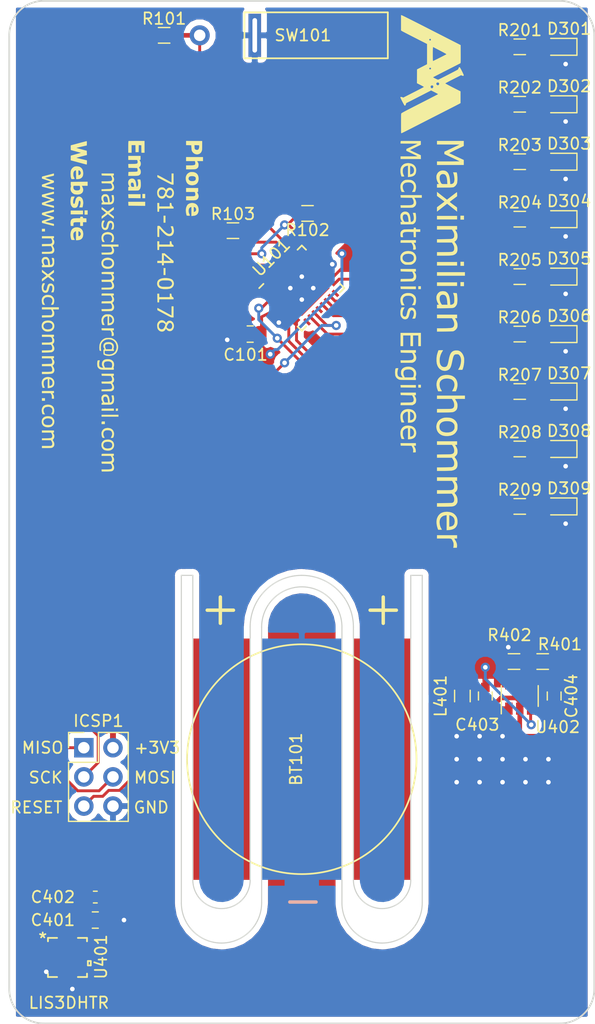
<source format=kicad_pcb>
(kicad_pcb (version 20171130) (host pcbnew "(5.0.0-rc2-dev-668-g07e7340a9)")
  (layers (0 F.Cu signal) (31 B.Cu signal) (34 B.Paste user) (35 F.Paste user) (36 B.SilkS user) (37 F.SilkS user) (38 B.Mask user) (39 F.Mask user) (44 Edge.Cuts user))
  (net 0 "")
  (net 1 +BATT)
  (net 2 GND)
  (net 3 /LED_1)
  (net 4 /LED_2)
  (net 5 /LED_3)
  (net 6 /LED_4)
  (net 7 /LED_5)
  (net 8 /LED_6)
  (net 9 /LED_7)
  (net 10 /LED_8)
  (net 11 /SCK)
  (net 12 /RESET)
  (net 13 +3V3)
  (net 14 "Net-(D301-Pad2)")
  (net 15 "Net-(D302-Pad2)")
  (net 16 "Net-(D303-Pad2)")
  (net 17 "Net-(D304-Pad2)")
  (net 18 "Net-(D305-Pad2)")
  (net 19 "Net-(D306-Pad2)")
  (net 20 "Net-(D307-Pad2)")
  (net 21 "Net-(D308-Pad2)")
  (net 22 "Net-(D309-Pad2)")
  (net 23 /TILT)
  (net 24 /DEBUG)
  (net 25 "Net-(R401-Pad2)")
  (net 26 /MOSI)
  (net 27 /MISO)
  (net 28 "Net-(L401-Pad1)")
  (net 29 "Net-(U101-Pad20)")
  (net 30 "Net-(U101-Pad19)")
  (net 31 "Net-(U101-Pad16)")
  (net 32 "Net-(U101-Pad12)")
  (net 33 "Net-(U101-Pad9)")
  (net 34 "Net-(U101-Pad6)")
  (net 35 "Net-(U101-Pad3)")
  (net 36 "Net-(U101-Pad1)")
  (net 37 "Net-(U401-Pad16)")
  (net 38 "Net-(U401-Pad15)")
  (net 39 "Net-(U401-Pad13)")
  (net 40 "Net-(U401-Pad11)")
  (net 41 "Net-(U401-Pad9)")
  (net 42 /SDA)
  (net 43 /SCL)
  (net 44 "Net-(U401-Pad3)")
  (net 45 "Net-(U401-Pad2)")
  (net 46 "Net-(U101-Pad29)")
  (net 47 "Net-(U101-Pad28)")
  (net 48 "Net-(U101-Pad27)")
  (net 49 "Net-(U101-Pad24)")
  (module CustomFootprints:MaxCardSilkscreen (layer F.Cu) (at 205.6 94.5 270)
    (fp_text reference G*** hide)
    (fp_text value LOGO hide)
  )
  (module CustomFootprints:CR2016VP (layer F.Cu) (at 205.5 116 270)
    (fp_text reference BT101 (at 0 0.5 270) (layer F.SilkS))
    (fp_text value Battery)
    (pad 1 smd rect (at 0 7 270) (size 21 5) (layers F.Cu F.Mask) (net 1 +BATT))
    (pad 2 smd rect (at 0 0 270) (size 21 7) (layers B.Cu B.Mask) (net 2 GND))
    (pad 1 smd rect (at 0 -7 270) (size 21 5) (layers F.Cu F.Mask) (net 1 +BATT))
  )
  (module Capacitor_SMD:C_0805_2012Metric (layer F.Cu) (at 201 79 180)
    (fp_text reference C101 (at 0.4 -1.8 180) (layer F.SilkS))
    (fp_text value 10uF)
    (pad 2 smd roundrect (at 0.9375 0 180) (size 0.975 1.4) (layers F.Cu F.Paste F.Mask) (net 2 GND))
    (pad 1 smd roundrect (at -0.9375 0 180) (size 0.975 1.4) (layers F.Cu F.Paste F.Mask) (net 13 +3V3))
  )
  (module Capacitor_SMD:C_0805_2012Metric (layer F.Cu) (at 187.5 130)
    (fp_text reference C401 (at -3.7 0) (layer F.SilkS))
    (fp_text value 10uF)
    (pad 2 smd roundrect (at 0.9375 0) (size 0.975 1.4) (layers F.Cu F.Paste F.Mask) (net 2 GND))
    (pad 1 smd roundrect (at -0.9375 0) (size 0.975 1.4) (layers F.Cu F.Paste F.Mask) (net 13 +3V3))
  )
  (module Capacitor_SMD:C_0603_1608Metric (layer F.Cu) (at 187.5 128)
    (fp_text reference C402 (at -3.7 0) (layer F.SilkS))
    (fp_text value 100nF)
    (pad 2 smd roundrect (at 0.7875 0) (size 0.875 0.95) (layers F.Cu F.Paste F.Mask) (net 2 GND))
    (pad 1 smd roundrect (at -0.7875 0) (size 0.875 0.95) (layers F.Cu F.Paste F.Mask) (net 13 +3V3))
  )
  (module LED_SMD:LED_0603_1608Metric (layer F.Cu) (at 228 54 180)
    (fp_text reference D301 (at -0.8 1.57 180) (layer F.SilkS))
    (fp_text value LED)
    (pad 2 smd roundrect (at 0.7875 0 180) (size 0.875 0.95) (layers F.Cu F.Paste F.Mask) (net 14 "Net-(D301-Pad2)"))
    (pad 1 smd roundrect (at -0.7875 0 180) (size 0.875 0.95) (layers F.Cu F.Paste F.Mask) (net 2 GND))
  )
  (module LED_SMD:LED_0603_1608Metric (layer F.Cu) (at 228 59 180)
    (fp_text reference D302 (at -0.8 1.57 180) (layer F.SilkS))
    (fp_text value LED)
    (pad 2 smd roundrect (at 0.7875 0 180) (size 0.875 0.95) (layers F.Cu F.Paste F.Mask) (net 15 "Net-(D302-Pad2)"))
    (pad 1 smd roundrect (at -0.7875 0 180) (size 0.875 0.95) (layers F.Cu F.Paste F.Mask) (net 2 GND))
  )
  (module LED_SMD:LED_0603_1608Metric (layer F.Cu) (at 228 64 180)
    (fp_text reference D303 (at -0.8 1.57 180) (layer F.SilkS))
    (fp_text value LED)
    (pad 2 smd roundrect (at 0.7875 0 180) (size 0.875 0.95) (layers F.Cu F.Paste F.Mask) (net 16 "Net-(D303-Pad2)"))
    (pad 1 smd roundrect (at -0.7875 0 180) (size 0.875 0.95) (layers F.Cu F.Paste F.Mask) (net 2 GND))
  )
  (module LED_SMD:LED_0603_1608Metric (layer F.Cu) (at 228 69 180)
    (fp_text reference D304 (at -0.8 1.57 180) (layer F.SilkS))
    (fp_text value LED)
    (pad 2 smd roundrect (at 0.7875 0 180) (size 0.875 0.95) (layers F.Cu F.Paste F.Mask) (net 17 "Net-(D304-Pad2)"))
    (pad 1 smd roundrect (at -0.7875 0 180) (size 0.875 0.95) (layers F.Cu F.Paste F.Mask) (net 2 GND))
  )
  (module LED_SMD:LED_0603_1608Metric (layer F.Cu) (at 228 74 180)
    (fp_text reference D305 (at -0.8 1.57 180) (layer F.SilkS))
    (fp_text value LED)
    (pad 2 smd roundrect (at 0.7875 0 180) (size 0.875 0.95) (layers F.Cu F.Paste F.Mask) (net 18 "Net-(D305-Pad2)"))
    (pad 1 smd roundrect (at -0.7875 0 180) (size 0.875 0.95) (layers F.Cu F.Paste F.Mask) (net 2 GND))
  )
  (module LED_SMD:LED_0603_1608Metric (layer F.Cu) (at 228 79 180)
    (fp_text reference D306 (at -0.8 1.57 180) (layer F.SilkS))
    (fp_text value LED)
    (pad 2 smd roundrect (at 0.7875 0 180) (size 0.875 0.95) (layers F.Cu F.Paste F.Mask) (net 19 "Net-(D306-Pad2)"))
    (pad 1 smd roundrect (at -0.7875 0 180) (size 0.875 0.95) (layers F.Cu F.Paste F.Mask) (net 2 GND))
  )
  (module LED_SMD:LED_0603_1608Metric (layer F.Cu) (at 228 84 180)
    (fp_text reference D307 (at -0.8 1.57 180) (layer F.SilkS))
    (fp_text value LED)
    (pad 2 smd roundrect (at 0.7875 0 180) (size 0.875 0.95) (layers F.Cu F.Paste F.Mask) (net 20 "Net-(D307-Pad2)"))
    (pad 1 smd roundrect (at -0.7875 0 180) (size 0.875 0.95) (layers F.Cu F.Paste F.Mask) (net 2 GND))
  )
  (module LED_SMD:LED_0603_1608Metric (layer F.Cu) (at 228 89 180)
    (fp_text reference D308 (at -0.8 1.57 180) (layer F.SilkS))
    (fp_text value LED)
    (pad 2 smd roundrect (at 0.7875 0 180) (size 0.875 0.95) (layers F.Cu F.Paste F.Mask) (net 21 "Net-(D308-Pad2)"))
    (pad 1 smd roundrect (at -0.7875 0 180) (size 0.875 0.95) (layers F.Cu F.Paste F.Mask) (net 2 GND))
  )
  (module LED_SMD:LED_0603_1608Metric (layer F.Cu) (at 228 94 180)
    (fp_text reference D309 (at -0.8 1.57 180) (layer F.SilkS))
    (fp_text value LED)
    (pad 2 smd roundrect (at 0.7875 0 180) (size 0.875 0.95) (layers F.Cu F.Paste F.Mask) (net 22 "Net-(D309-Pad2)"))
    (pad 1 smd roundrect (at -0.7875 0 180) (size 0.875 0.95) (layers F.Cu F.Paste F.Mask) (net 2 GND))
  )
  (module Connector_PinHeader_2.54mm:PinHeader_2x03_P2.54mm_Vertical (layer F.Cu) (at 186.5 115)
    (fp_text reference ICSP1 (at 1.27 -2.33) (layer F.SilkS))
    (fp_text value Conn_02x03_Odd_Even)
    (pad 6 thru_hole oval (at 2.54 5.08) (size 1.7 1.7) (drill 1) (layers *.Cu *.Mask) (net 2 GND))
    (pad 5 thru_hole oval (at 0 5.08) (size 1.7 1.7) (drill 1) (layers *.Cu *.Mask) (net 12 /RESET))
    (pad 4 thru_hole oval (at 2.54 2.54) (size 1.7 1.7) (drill 1) (layers *.Cu *.Mask) (net 26 /MOSI))
    (pad 3 thru_hole oval (at 0 2.54) (size 1.7 1.7) (drill 1) (layers *.Cu *.Mask) (net 11 /SCK))
    (pad 2 thru_hole oval (at 2.54 0) (size 1.7 1.7) (drill 1) (layers *.Cu *.Mask) (net 13 +3V3))
    (pad 1 thru_hole rect (at 0 0) (size 1.7 1.7) (drill 1) (layers *.Cu *.Mask) (net 27 /MISO))
  )
  (module CustomFootprints:LIS3DHTR (layer F.Cu) (at 185.075001 133.255001)
    (fp_text reference U401 (at 2.924999 -0.055001 90) (layer F.SilkS))
    (fp_text value LIS3DHTR (at 0.124999 3.944999) (layer F.SilkS))
    (fp_text user * (at -2.159 -1.631) (layer F.SilkS))
    (pad 16 smd rect (at -0.499999 -1.3462) (size 0.254 0.3556) (layers F.Cu F.Paste F.Mask) (net 37 "Net-(U401-Pad16)"))
    (pad 15 smd rect (at 0 -1.3462) (size 0.254 0.3556) (layers F.Cu F.Paste F.Mask) (net 38 "Net-(U401-Pad15)"))
    (pad 14 smd rect (at 0.499999 -1.3462) (size 0.254 0.3556) (layers F.Cu F.Paste F.Mask) (net 13 +3V3))
    (pad 13 smd rect (at 1.3462 -1.000001 90) (size 0.254 0.3556) (layers F.Cu F.Paste F.Mask) (net 39 "Net-(U401-Pad13)"))
    (pad 12 smd rect (at 1.3462 -0.499999 90) (size 0.254 0.3556) (layers F.Cu F.Paste F.Mask) (net 2 GND))
    (pad 11 smd rect (at 1.3462 0 90) (size 0.254 0.3556) (layers F.Cu F.Paste F.Mask) (net 40 "Net-(U401-Pad11)"))
    (pad 10 smd rect (at 1.3462 0.499999 90) (size 0.254 0.3556) (layers F.Cu F.Paste F.Mask) (net 2 GND))
    (pad 9 smd rect (at 1.3462 1.000001 90) (size 0.254 0.3556) (layers F.Cu F.Paste F.Mask) (net 41 "Net-(U401-Pad9)"))
    (pad 8 smd rect (at 0.499999 1.3462) (size 0.254 0.3556) (layers F.Cu F.Paste F.Mask) (net 13 +3V3))
    (pad 7 smd rect (at 0 1.3462) (size 0.254 0.3556) (layers F.Cu F.Paste F.Mask) (net 2 GND))
    (pad 6 smd rect (at -0.499999 1.3462) (size 0.254 0.3556) (layers F.Cu F.Paste F.Mask) (net 42 /SDA))
    (pad 5 smd rect (at -1.3462 1.000001 90) (size 0.254 0.3556) (layers F.Cu F.Paste F.Mask) (net 2 GND))
    (pad 4 smd rect (at -1.3462 0.499999 90) (size 0.254 0.3556) (layers F.Cu F.Paste F.Mask) (net 43 /SCL))
    (pad 3 smd rect (at -1.3462 0 90) (size 0.254 0.3556) (layers F.Cu F.Paste F.Mask) (net 44 "Net-(U401-Pad3)"))
    (pad 2 smd rect (at -1.3462 -0.499999 90) (size 0.254 0.3556) (layers F.Cu F.Paste F.Mask) (net 45 "Net-(U401-Pad2)"))
    (pad 1 smd rect (at -1.3462 -1.000001 90) (size 0.254 0.3556) (layers F.Cu F.Paste F.Mask) (net 13 +3V3))
  )
  (module Capacitors_SMD:C_0603 (layer F.Cu) (at 221.5 110.5 270)
    (fp_text reference C403 (at 2.5 0.7) (layer F.SilkS))
    (fp_text value 4.7uF)
    (pad 1 smd rect (at -0.75 0 270) (size 0.8 0.75) (layers F.Cu F.Paste F.Mask) (net 1 +BATT))
    (pad 2 smd rect (at 0.75 0 270) (size 0.8 0.75) (layers F.Cu F.Paste F.Mask) (net 2 GND))
  )
  (module Capacitors_SMD:C_0603 (layer F.Cu) (at 227.5 110.5 270)
    (fp_text reference C404 (at 0 -1.5 270) (layer F.SilkS))
    (fp_text value 10uF)
    (pad 2 smd rect (at 0.75 0 270) (size 0.8 0.75) (layers F.Cu F.Paste F.Mask) (net 2 GND))
    (pad 1 smd rect (at -0.75 0 270) (size 0.8 0.75) (layers F.Cu F.Paste F.Mask) (net 13 +3V3))
  )
  (module Inductors_SMD:L_0603 (layer F.Cu) (at 219.5 110.5 90)
    (fp_text reference L401 (at 0 -1.9 90) (layer F.SilkS))
    (fp_text value 4.7uH)
    (pad 2 smd rect (at 0.75 0 90) (size 0.5 0.9) (layers F.Cu F.Paste F.Mask) (net 1 +BATT))
    (pad 1 smd rect (at -0.75 0 90) (size 0.5 0.9) (layers F.Cu F.Paste F.Mask) (net 28 "Net-(L401-Pad1)"))
  )
  (module Resistors_SMD:R_0603 (layer F.Cu) (at 193.5 53)
    (fp_text reference R101 (at 0 -1.45) (layer F.SilkS))
    (fp_text value 10k)
    (pad 2 smd rect (at 0.75 0) (size 0.5 0.9) (layers F.Cu F.Paste F.Mask) (net 23 /TILT))
    (pad 1 smd rect (at -0.75 0) (size 0.5 0.9) (layers F.Cu F.Paste F.Mask) (net 13 +3V3))
  )
  (module Resistors_SMD:R_0603 (layer F.Cu) (at 224.5 54)
    (fp_text reference R201 (at 0 -1.45) (layer F.SilkS))
    (fp_text value 150R)
    (pad 2 smd rect (at 0.75 0) (size 0.5 0.9) (layers F.Cu F.Paste F.Mask) (net 14 "Net-(D301-Pad2)"))
    (pad 1 smd rect (at -0.75 0) (size 0.5 0.9) (layers F.Cu F.Paste F.Mask) (net 24 /DEBUG))
  )
  (module Resistors_SMD:R_0603 (layer F.Cu) (at 224.5 59)
    (fp_text reference R202 (at 0 -1.45) (layer F.SilkS))
    (fp_text value 150R)
    (pad 1 smd rect (at -0.75 0) (size 0.5 0.9) (layers F.Cu F.Paste F.Mask) (net 3 /LED_1))
    (pad 2 smd rect (at 0.75 0) (size 0.5 0.9) (layers F.Cu F.Paste F.Mask) (net 15 "Net-(D302-Pad2)"))
  )
  (module Resistors_SMD:R_0603 (layer F.Cu) (at 224.5 64)
    (fp_text reference R203 (at 0 -1.45) (layer F.SilkS))
    (fp_text value 150R)
    (pad 2 smd rect (at 0.75 0) (size 0.5 0.9) (layers F.Cu F.Paste F.Mask) (net 16 "Net-(D303-Pad2)"))
    (pad 1 smd rect (at -0.75 0) (size 0.5 0.9) (layers F.Cu F.Paste F.Mask) (net 4 /LED_2))
  )
  (module Resistors_SMD:R_0603 (layer F.Cu) (at 224.5 69)
    (fp_text reference R204 (at 0 -1.45) (layer F.SilkS))
    (fp_text value 150R)
    (pad 1 smd rect (at -0.75 0) (size 0.5 0.9) (layers F.Cu F.Paste F.Mask) (net 5 /LED_3))
    (pad 2 smd rect (at 0.75 0) (size 0.5 0.9) (layers F.Cu F.Paste F.Mask) (net 17 "Net-(D304-Pad2)"))
  )
  (module Resistors_SMD:R_0603 (layer F.Cu) (at 224.5 74)
    (fp_text reference R205 (at 0 -1.45) (layer F.SilkS))
    (fp_text value 150R)
    (pad 2 smd rect (at 0.75 0) (size 0.5 0.9) (layers F.Cu F.Paste F.Mask) (net 18 "Net-(D305-Pad2)"))
    (pad 1 smd rect (at -0.75 0) (size 0.5 0.9) (layers F.Cu F.Paste F.Mask) (net 6 /LED_4))
  )
  (module Resistors_SMD:R_0603 (layer F.Cu) (at 224.5 79)
    (fp_text reference R206 (at 0 -1.45) (layer F.SilkS))
    (fp_text value 150R)
    (pad 1 smd rect (at -0.75 0) (size 0.5 0.9) (layers F.Cu F.Paste F.Mask) (net 7 /LED_5))
    (pad 2 smd rect (at 0.75 0) (size 0.5 0.9) (layers F.Cu F.Paste F.Mask) (net 19 "Net-(D306-Pad2)"))
  )
  (module Resistors_SMD:R_0603 (layer F.Cu) (at 224.5 84)
    (fp_text reference R207 (at 0 -1.45) (layer F.SilkS))
    (fp_text value 150R)
    (pad 2 smd rect (at 0.75 0) (size 0.5 0.9) (layers F.Cu F.Paste F.Mask) (net 20 "Net-(D307-Pad2)"))
    (pad 1 smd rect (at -0.75 0) (size 0.5 0.9) (layers F.Cu F.Paste F.Mask) (net 8 /LED_6))
  )
  (module Resistors_SMD:R_0603 (layer F.Cu) (at 224.5 89)
    (fp_text reference R208 (at 0 -1.45) (layer F.SilkS))
    (fp_text value 150R)
    (pad 1 smd rect (at -0.75 0) (size 0.5 0.9) (layers F.Cu F.Paste F.Mask) (net 9 /LED_7))
    (pad 2 smd rect (at 0.75 0) (size 0.5 0.9) (layers F.Cu F.Paste F.Mask) (net 21 "Net-(D308-Pad2)"))
  )
  (module Resistors_SMD:R_0603 (layer F.Cu) (at 224.5 94)
    (fp_text reference R209 (at 0 -1.45) (layer F.SilkS))
    (fp_text value 150R)
    (pad 1 smd rect (at -0.75 0) (size 0.5 0.9) (layers F.Cu F.Paste F.Mask) (net 10 /LED_8))
    (pad 2 smd rect (at 0.75 0) (size 0.5 0.9) (layers F.Cu F.Paste F.Mask) (net 22 "Net-(D309-Pad2)"))
  )
  (module Resistors_SMD:R_0603 (layer F.Cu) (at 226.5 107.5 180)
    (fp_text reference R401 (at -1.5 1.5 180) (layer F.SilkS))
    (fp_text value 976k)
    (pad 2 smd rect (at 0.75 0 180) (size 0.5 0.9) (layers F.Cu F.Paste F.Mask) (net 25 "Net-(R401-Pad2)"))
    (pad 1 smd rect (at -0.75 0 180) (size 0.5 0.9) (layers F.Cu F.Paste F.Mask) (net 13 +3V3))
  )
  (module Resistors_SMD:R_0603 (layer F.Cu) (at 224 107.5 180)
    (fp_text reference R402 (at 0.4 2.3 180) (layer F.SilkS))
    (fp_text value 562k)
    (pad 1 smd rect (at -0.75 0 180) (size 0.5 0.9) (layers F.Cu F.Paste F.Mask) (net 25 "Net-(R401-Pad2)"))
    (pad 2 smd rect (at 0.75 0 180) (size 0.5 0.9) (layers F.Cu F.Paste F.Mask) (net 2 GND))
  )
  (module CustomFootprints:RB-231X2 (layer F.Cu) (at 199 53)
    (fp_text reference SW101 (at 6.6 0) (layer F.SilkS))
    (fp_text value SW_SPST)
    (pad 1 thru_hole circle (at -2.4 0) (size 1.75 1.75) (drill 1) (layers *.Cu *.Mask) (net 23 /TILT))
    (pad 2 thru_hole rect (at 2.4 0) (size 1.1 3.75) (drill oval 0.4 3) (layers *.Cu *.Mask) (net 2 GND))
  )
  (module Housings_DFN_QFN:QFN-32-1EP_5x5mm_Pitch0.5mm (layer F.Cu) (at 205.5 75 45)
    (fp_text reference U101 (at 0 -3.75 45) (layer F.SilkS))
    (fp_text value ATtiny261A-MU)
    (pad 33 smd rect (at -0.8625 -0.8625 45) (size 1.725 1.725) (layers F.Cu F.Paste F.Mask) (net 2 GND))
    (pad 33 smd rect (at -0.8625 0.8625 45) (size 1.725 1.725) (layers F.Cu F.Paste F.Mask) (net 2 GND))
    (pad 33 smd rect (at 0.8625 -0.8625 45) (size 1.725 1.725) (layers F.Cu F.Paste F.Mask) (net 2 GND))
    (pad 33 smd rect (at 0.8625 0.8625 45) (size 1.725 1.725) (layers F.Cu F.Paste F.Mask) (net 2 GND))
    (pad 32 smd rect (at -1.75 -2.4 135) (size 0.7 0.25) (layers F.Cu F.Paste F.Mask) (net 11 /SCK))
    (pad 31 smd rect (at -1.25 -2.4 135) (size 0.7 0.25) (layers F.Cu F.Paste F.Mask) (net 27 /MISO))
    (pad 30 smd rect (at -0.75 -2.4 135) (size 0.7 0.25) (layers F.Cu F.Paste F.Mask) (net 26 /MOSI))
    (pad 29 smd rect (at -0.25 -2.4 135) (size 0.7 0.25) (layers F.Cu F.Paste F.Mask) (net 46 "Net-(U101-Pad29)"))
    (pad 28 smd rect (at 0.25 -2.4 135) (size 0.7 0.25) (layers F.Cu F.Paste F.Mask) (net 47 "Net-(U101-Pad28)"))
    (pad 27 smd rect (at 0.75 -2.4 135) (size 0.7 0.25) (layers F.Cu F.Paste F.Mask) (net 48 "Net-(U101-Pad27)"))
    (pad 26 smd rect (at 1.25 -2.4 135) (size 0.7 0.25) (layers F.Cu F.Paste F.Mask) (net 42 /SDA))
    (pad 25 smd rect (at 1.75 -2.4 135) (size 0.7 0.25) (layers F.Cu F.Paste F.Mask) (net 23 /TILT))
    (pad 24 smd rect (at 2.4 -1.75 45) (size 0.7 0.25) (layers F.Cu F.Paste F.Mask) (net 49 "Net-(U101-Pad24)"))
    (pad 23 smd rect (at 2.4 -1.25 45) (size 0.7 0.25) (layers F.Cu F.Paste F.Mask) (net 43 /SCL))
    (pad 22 smd rect (at 2.4 -0.75 45) (size 0.7 0.25) (layers F.Cu F.Paste F.Mask) (net 24 /DEBUG))
    (pad 21 smd rect (at 2.4 -0.25 45) (size 0.7 0.25) (layers F.Cu F.Paste F.Mask) (net 2 GND))
    (pad 20 smd rect (at 2.4 0.25 45) (size 0.7 0.25) (layers F.Cu F.Paste F.Mask) (net 29 "Net-(U101-Pad20)"))
    (pad 19 smd rect (at 2.4 0.75 45) (size 0.7 0.25) (layers F.Cu F.Paste F.Mask) (net 30 "Net-(U101-Pad19)"))
    (pad 18 smd rect (at 2.4 1.25 45) (size 0.7 0.25) (layers F.Cu F.Paste F.Mask) (net 13 +3V3))
    (pad 17 smd rect (at 2.4 1.75 45) (size 0.7 0.25) (layers F.Cu F.Paste F.Mask) (net 3 /LED_1))
    (pad 16 smd rect (at 1.75 2.4 135) (size 0.7 0.25) (layers F.Cu F.Paste F.Mask) (net 31 "Net-(U101-Pad16)"))
    (pad 15 smd rect (at 1.25 2.4 135) (size 0.7 0.25) (layers F.Cu F.Paste F.Mask) (net 4 /LED_2))
    (pad 14 smd rect (at 0.75 2.4 135) (size 0.7 0.25) (layers F.Cu F.Paste F.Mask) (net 5 /LED_3))
    (pad 13 smd rect (at 0.25 2.4 135) (size 0.7 0.25) (layers F.Cu F.Paste F.Mask) (net 6 /LED_4))
    (pad 12 smd rect (at -0.25 2.4 135) (size 0.7 0.25) (layers F.Cu F.Paste F.Mask) (net 32 "Net-(U101-Pad12)"))
    (pad 11 smd rect (at -0.75 2.4 135) (size 0.7 0.25) (layers F.Cu F.Paste F.Mask) (net 12 /RESET))
    (pad 10 smd rect (at -1.25 2.4 135) (size 0.7 0.25) (layers F.Cu F.Paste F.Mask) (net 7 /LED_5))
    (pad 9 smd rect (at -1.75 2.4 135) (size 0.7 0.25) (layers F.Cu F.Paste F.Mask) (net 33 "Net-(U101-Pad9)"))
    (pad 8 smd rect (at -2.4 1.75 45) (size 0.7 0.25) (layers F.Cu F.Paste F.Mask) (net 8 /LED_6))
    (pad 7 smd rect (at -2.4 1.25 45) (size 0.7 0.25) (layers F.Cu F.Paste F.Mask) (net 9 /LED_7))
    (pad 6 smd rect (at -2.4 0.75 45) (size 0.7 0.25) (layers F.Cu F.Paste F.Mask) (net 34 "Net-(U101-Pad6)"))
    (pad 5 smd rect (at -2.4 0.25 45) (size 0.7 0.25) (layers F.Cu F.Paste F.Mask) (net 2 GND))
    (pad 4 smd rect (at -2.4 -0.25 45) (size 0.7 0.25) (layers F.Cu F.Paste F.Mask) (net 13 +3V3))
    (pad 3 smd rect (at -2.4 -0.75 45) (size 0.7 0.25) (layers F.Cu F.Paste F.Mask) (net 35 "Net-(U101-Pad3)"))
    (pad 2 smd rect (at -2.4 -1.25 45) (size 0.7 0.25) (layers F.Cu F.Paste F.Mask) (net 10 /LED_8))
    (pad 1 smd rect (at -2.4 -1.75 45) (size 0.7 0.25) (layers F.Cu F.Paste F.Mask) (net 36 "Net-(U101-Pad1)"))
  )
  (module TO_SOT_Packages_SMD:SOT-23-6 (layer F.Cu) (at 224.5 110.5 90)
    (fp_text reference U402 (at -2.7 3.3 180) (layer F.SilkS))
    (fp_text value MCP1640DCH)
    (pad 5 smd rect (at 1.1 0 90) (size 1.06 0.65) (layers F.Cu F.Paste F.Mask) (net 13 +3V3))
    (pad 6 smd rect (at 1.1 -0.95 90) (size 1.06 0.65) (layers F.Cu F.Paste F.Mask) (net 1 +BATT))
    (pad 4 smd rect (at 1.1 0.95 90) (size 1.06 0.65) (layers F.Cu F.Paste F.Mask) (net 25 "Net-(R401-Pad2)"))
    (pad 3 smd rect (at -1.1 0.95 90) (size 1.06 0.65) (layers F.Cu F.Paste F.Mask) (net 1 +BATT))
    (pad 2 smd rect (at -1.1 0 90) (size 1.06 0.65) (layers F.Cu F.Paste F.Mask) (net 2 GND))
    (pad 1 smd rect (at -1.1 -0.95 90) (size 1.06 0.65) (layers F.Cu F.Paste F.Mask) (net 28 "Net-(L401-Pad1)"))
  )
  (module Resistors_SMD:R_0603 (layer F.Cu) (at 206 68.5 180)
    (fp_text reference R102 (at 0 -1.45 180) (layer F.SilkS))
    (fp_text value 10k)
    (pad 2 smd rect (at 0.75 0 180) (size 0.5 0.9) (layers F.Cu F.Paste F.Mask) (net 43 /SCL))
    (pad 1 smd rect (at -0.75 0 180) (size 0.5 0.9) (layers F.Cu F.Paste F.Mask) (net 13 +3V3))
  )
  (module Resistors_SMD:R_0603 (layer F.Cu) (at 199.5 70)
    (fp_text reference R103 (at 0 -1.45) (layer F.SilkS))
    (fp_text value 10k)
    (pad 1 smd rect (at -0.75 0) (size 0.5 0.9) (layers F.Cu F.Paste F.Mask) (net 13 +3V3))
    (pad 2 smd rect (at 0.75 0) (size 0.5 0.9) (layers F.Cu F.Paste F.Mask) (net 42 /SDA))
  )
  (gr_arc (start 228 136) (end 228 139) (angle -90) (layer Edge.Cuts) (width 0.15))
  (gr_arc (start 183 136) (end 180 136) (angle -90) (layer Edge.Cuts) (width 0.15))
  (gr_arc (start 228 53) (end 231 53) (angle -90) (layer Edge.Cuts) (width 0.15))
  (gr_arc (start 183 53) (end 183 50) (angle -90) (layer Edge.Cuts) (width 0.15))
  (gr_text - (at 205.6 128.2) (layer B.SilkS) (effects (font (size 3 3) (thickness 0.3)) (justify mirror)))
  (gr_text + (at 212.6 102.8) (layer F.SilkS) (effects (font (size 3 3) (thickness 0.3))))
  (gr_text + (at 198.4 102.8) (layer F.SilkS) (effects (font (size 3 3) (thickness 0.3))))
  (gr_text +3V3 (at 195 115) (layer F.SilkS) (effects (font (size 1 1)) (justify right)))
  (gr_text MOSI (at 194.6 117.6) (layer F.SilkS) (effects (font (size 1 1)) (justify right)))
  (gr_text GND (at 194 120.2) (layer F.SilkS) (effects (font (size 1 1)) (justify right)))
  (gr_text RESET (at 180 120.2) (layer F.SilkS) (effects (font (size 1 1)) (justify left)))
  (gr_text SCK (at 181.6 117.6) (layer F.SilkS) (effects (font (size 1 1)) (justify left)))
  (gr_text MISO (at 181 115) (layer F.SilkS) (effects (font (size 1 1)) (justify left)))
  (gr_arc (start 205.5 104.5) (end 205.5 100) (angle -90) (layer Edge.Cuts) (width 0.1))
  (gr_line (start 209 128.5) (end 209 104.5) (layer Edge.Cuts) (width 0.1))
  (gr_arc (start 212.5 126.5) (end 210 126.5) (angle -180) (layer Edge.Cuts) (width 0.1))
  (gr_line (start 196 100) (end 195 100) (layer Edge.Cuts) (width 0.1))
  (gr_line (start 195 100) (end 195 128.5) (layer Edge.Cuts) (width 0.1))
  (gr_arc (start 205.5 104.5) (end 209 104.5) (angle -180) (layer Edge.Cuts) (width 0.1))
  (gr_line (start 201 104.5) (end 201 126.5) (layer Edge.Cuts) (width 0.1))
  (gr_arc (start 198.5 126.5) (end 196 126.5) (angle -180) (layer Edge.Cuts) (width 0.1))
  (gr_line (start 202 128.5) (end 202 104.5) (layer Edge.Cuts) (width 0.1))
  (gr_line (start 210 104.5) (end 210 126.5) (layer Edge.Cuts) (width 0.1))
  (gr_line (start 215 126.5) (end 215 100) (layer Edge.Cuts) (width 0.1))
  (gr_line (start 215 100) (end 216 100) (layer Edge.Cuts) (width 0.1))
  (gr_arc (start 198.5 128.5) (end 195 128.5) (angle -90) (layer Edge.Cuts) (width 0.1))
  (gr_line (start 216 100) (end 216 128.5) (layer Edge.Cuts) (width 0.1))
  (gr_arc (start 198.5 128.5) (end 198.5 132) (angle -90) (layer Edge.Cuts) (width 0.1))
  (gr_arc (start 205.5 104.5) (end 210 104.5) (angle -90) (layer Edge.Cuts) (width 0.1))
  (gr_arc (start 212.5 128.5) (end 212.5 132) (angle -90) (layer Edge.Cuts) (width 0.1))
  (gr_arc (start 212.5 128.5) (end 209 128.5) (angle -90) (layer Edge.Cuts) (width 0.1))
  (gr_line (start 196 126.5) (end 196 100) (layer Edge.Cuts) (width 0.1))
  (gr_line (start 228 50) (end 183 50) (layer Edge.Cuts) (width 0.15))
  (gr_line (start 231 136) (end 231 53) (layer Edge.Cuts) (width 0.15))
  (gr_line (start 183 139) (end 228 139) (layer Edge.Cuts) (width 0.15))
  (gr_line (start 180 53) (end 180 136) (layer Edge.Cuts) (width 0.15))
  (via (at 206.5 75) (size 0.8) (drill 0.4) (layers F.Cu B.Cu) (net 2))
  (via (at 204.5 75) (size 0.8) (drill 0.4) (layers F.Cu B.Cu) (net 2))
  (via (at 205.5 76) (size 0.8) (drill 0.4) (layers F.Cu B.Cu) (net 2))
  (via (at 205.5 74) (size 0.8) (drill 0.4) (layers F.Cu B.Cu) (net 2))
  (segment (start 222.825 109.4) (end 222.5 109.075) (width 0.4) (layer F.Cu) (net 1))
  (segment (start 223.55 109.4) (end 222.825 109.4) (width 0.4) (layer F.Cu) (net 1))
  (segment (start 222.5 109.075) (end 222.5 108.75) (width 0.4) (layer F.Cu) (net 1))
  (segment (start 222.5 108.75) (end 221.75 108.75) (width 0.4) (layer F.Cu) (net 1))
  (segment (start 221.75 108.75) (end 221.5 109) (width 0.4) (layer F.Cu) (net 1))
  (segment (start 221.5 109) (end 221.5 109.75) (width 0.4) (layer F.Cu) (net 1))
  (segment (start 221.5 109) (end 221.25 108.75) (width 0.4) (layer F.Cu) (net 1))
  (segment (start 221.25 108.75) (end 219.75 108.75) (width 0.4) (layer F.Cu) (net 1))
  (segment (start 219.75 108.75) (end 219.5 109) (width 0.4) (layer F.Cu) (net 1))
  (segment (start 219.5 109) (end 219.5 109.75) (width 0.4) (layer F.Cu) (net 1))
  (via (at 225.5 113) (size 0.8) (drill 0.4) (layers F.Cu B.Cu) (net 1))
  (segment (start 225.45 111.6) (end 225.45 112.95) (width 0.25) (layer F.Cu) (net 1))
  (segment (start 225.45 112.95) (end 225.5 113) (width 0.25) (layer F.Cu) (net 1))
  (via (at 221.5 108) (size 0.8) (drill 0.4) (layers F.Cu B.Cu) (net 1))
  (segment (start 225.5 113) (end 221.5 109) (width 0.25) (layer B.Cu) (net 1))
  (segment (start 221.5 109) (end 221.5 108) (width 0.25) (layer B.Cu) (net 1))
  (segment (start 221.5 108) (end 221.5 109.75) (width 0.25) (layer F.Cu) (net 1))
  (via (at 223.5 106.25) (size 0.8) (drill 0.4) (layers F.Cu B.Cu) (net 2))
  (segment (start 223.25 107.5) (end 223.25 106.5) (width 0.25) (layer F.Cu) (net 2))
  (segment (start 223.25 106.5) (end 223.5 106.25) (width 0.25) (layer F.Cu) (net 2))
  (segment (start 224.5 110.974998) (end 224.5 111.6) (width 0.4) (layer F.Cu) (net 2))
  (segment (start 222.855001 110.669999) (end 224.195001 110.669999) (width 0.4) (layer F.Cu) (net 2))
  (segment (start 222.275 111.25) (end 222.855001 110.669999) (width 0.4) (layer F.Cu) (net 2))
  (segment (start 221.5 111.25) (end 222.275 111.25) (width 0.4) (layer F.Cu) (net 2))
  (segment (start 224.195001 110.669999) (end 224.5 110.974998) (width 0.4) (layer F.Cu) (net 2))
  (segment (start 227.5 113.5) (end 227.5 111.25) (width 0.4) (layer F.Cu) (net 2))
  (segment (start 227 114) (end 227.5 113.5) (width 0.4) (layer F.Cu) (net 2))
  (segment (start 224.75 114) (end 227 114) (width 0.4) (layer F.Cu) (net 2))
  (segment (start 224.5 111.6) (end 224.5 113.75) (width 0.4) (layer F.Cu) (net 2))
  (segment (start 224.5 113.75) (end 224.75 114) (width 0.4) (layer F.Cu) (net 2))
  (via (at 219 114) (size 0.8) (drill 0.4) (layers F.Cu B.Cu) (net 2))
  (via (at 219 116) (size 0.8) (drill 0.4) (layers F.Cu B.Cu) (net 2))
  (via (at 219 118) (size 0.8) (drill 0.4) (layers F.Cu B.Cu) (net 2))
  (via (at 221 116) (size 0.8) (drill 0.4) (layers F.Cu B.Cu) (net 2))
  (via (at 221 118) (size 0.8) (drill 0.4) (layers F.Cu B.Cu) (net 2))
  (via (at 221 114) (size 0.8) (drill 0.4) (layers F.Cu B.Cu) (net 2))
  (via (at 225 118) (size 0.8) (drill 0.4) (layers F.Cu B.Cu) (net 2))
  (via (at 225 116) (size 0.8) (drill 0.4) (layers F.Cu B.Cu) (net 2))
  (via (at 223 116) (size 0.8) (drill 0.4) (layers F.Cu B.Cu) (net 2))
  (via (at 223 118) (size 0.8) (drill 0.4) (layers F.Cu B.Cu) (net 2))
  (via (at 223 114) (size 0.8) (drill 0.4) (layers F.Cu B.Cu) (net 2))
  (via (at 227 116) (size 0.8) (drill 0.4) (layers F.Cu B.Cu) (net 2))
  (via (at 227 118) (size 0.8) (drill 0.4) (layers F.Cu B.Cu) (net 2))
  (via (at 203.5 78) (size 0.8) (drill 0.4) (layers F.Cu B.Cu) (net 2))
  (segment (start 203.97972 76.873833) (end 203.5 77.353553) (width 0.25) (layer F.Cu) (net 2))
  (segment (start 203.5 77.353553) (end 203.5 78) (width 0.25) (layer F.Cu) (net 2))
  (via (at 208.157706 72.921497) (size 0.8) (drill 0.4) (layers F.Cu B.Cu) (net 2))
  (segment (start 208.044179 72.80797) (end 208.157706 72.921497) (width 0.25) (layer F.Cu) (net 2))
  (segment (start 207.02028 73.126167) (end 207.338477 72.80797) (width 0.25) (layer F.Cu) (net 2))
  (segment (start 207.338477 72.80797) (end 208.044179 72.80797) (width 0.25) (layer F.Cu) (net 2))
  (segment (start 186.849001 132.755002) (end 186.421201 132.755002) (width 0.25) (layer F.Cu) (net 2))
  (segment (start 187.881263 131.72274) (end 186.849001 132.755002) (width 0.25) (layer F.Cu) (net 2))
  (segment (start 187.881263 130.556237) (end 187.881263 131.72274) (width 0.25) (layer F.Cu) (net 2))
  (segment (start 188.4375 130) (end 187.881263 130.556237) (width 0.25) (layer F.Cu) (net 2))
  (via (at 190 130) (size 0.8) (drill 0.4) (layers F.Cu B.Cu) (net 2))
  (segment (start 188.4375 130) (end 190 130) (width 0.25) (layer F.Cu) (net 2))
  (segment (start 188.2875 129.85) (end 188.4375 130) (width 0.4) (layer F.Cu) (net 2))
  (segment (start 188.2875 128) (end 188.2875 129.85) (width 0.4) (layer F.Cu) (net 2))
  (segment (start 186.924002 132.830003) (end 186.849001 132.755002) (width 0.25) (layer F.Cu) (net 2))
  (segment (start 186.924002 133.679999) (end 186.924002 132.830003) (width 0.25) (layer F.Cu) (net 2))
  (segment (start 186.849001 133.755) (end 186.924002 133.679999) (width 0.25) (layer F.Cu) (net 2))
  (segment (start 186.421201 133.755) (end 186.849001 133.755) (width 0.25) (layer F.Cu) (net 2))
  (via (at 185.5 136) (size 0.8) (drill 0.4) (layers F.Cu B.Cu) (net 2))
  (segment (start 185.075001 134.601201) (end 185.075001 135.575001) (width 0.25) (layer F.Cu) (net 2))
  (segment (start 185.075001 135.575001) (end 185.5 136) (width 0.25) (layer F.Cu) (net 2))
  (via (at 183.22501 134.5) (size 0.8) (drill 0.4) (layers F.Cu B.Cu) (net 2))
  (segment (start 183.728801 134.255002) (end 183.301001 134.255002) (width 0.25) (layer F.Cu) (net 2))
  (segment (start 183.301001 134.255002) (end 183.22501 134.330993) (width 0.25) (layer F.Cu) (net 2))
  (segment (start 183.22501 134.330993) (end 183.22501 134.5) (width 0.25) (layer F.Cu) (net 2))
  (via (at 228.5 55.5) (size 0.8) (drill 0.4) (layers F.Cu B.Cu) (net 2))
  (segment (start 228.7875 54) (end 228.7875 55.2125) (width 0.25) (layer F.Cu) (net 2))
  (segment (start 228.7875 55.2125) (end 228.5 55.5) (width 0.25) (layer F.Cu) (net 2))
  (via (at 228.5 60.5) (size 0.8) (drill 0.4) (layers F.Cu B.Cu) (net 2))
  (segment (start 228.7875 59) (end 228.7875 60.2125) (width 0.25) (layer F.Cu) (net 2))
  (segment (start 228.7875 60.2125) (end 228.5 60.5) (width 0.25) (layer F.Cu) (net 2))
  (via (at 228.5 65.5) (size 0.8) (drill 0.4) (layers F.Cu B.Cu) (net 2))
  (segment (start 228.7875 64) (end 228.7875 65.2125) (width 0.25) (layer F.Cu) (net 2))
  (segment (start 228.7875 65.2125) (end 228.5 65.5) (width 0.25) (layer F.Cu) (net 2))
  (via (at 228.5 70.5) (size 0.8) (drill 0.4) (layers F.Cu B.Cu) (net 2))
  (segment (start 228.7875 69) (end 228.7875 70.2125) (width 0.25) (layer F.Cu) (net 2))
  (segment (start 228.7875 70.2125) (end 228.5 70.5) (width 0.25) (layer F.Cu) (net 2))
  (via (at 228.5 75.5) (size 0.8) (drill 0.4) (layers F.Cu B.Cu) (net 2))
  (segment (start 228.7875 74) (end 228.7875 75.2125) (width 0.25) (layer F.Cu) (net 2))
  (segment (start 228.7875 75.2125) (end 228.5 75.5) (width 0.25) (layer F.Cu) (net 2))
  (via (at 228.5 80.5) (size 0.8) (drill 0.4) (layers F.Cu B.Cu) (net 2))
  (segment (start 228.7875 79) (end 228.7875 80.2125) (width 0.25) (layer F.Cu) (net 2))
  (segment (start 228.7875 80.2125) (end 228.5 80.5) (width 0.25) (layer F.Cu) (net 2))
  (via (at 228.5 85.5) (size 0.8) (drill 0.4) (layers F.Cu B.Cu) (net 2))
  (segment (start 228.7875 84) (end 228.7875 85.2125) (width 0.25) (layer F.Cu) (net 2))
  (segment (start 228.7875 85.2125) (end 228.5 85.5) (width 0.25) (layer F.Cu) (net 2))
  (via (at 228.5 90.5) (size 0.8) (drill 0.4) (layers F.Cu B.Cu) (net 2))
  (segment (start 228.7875 89) (end 228.7875 90.2125) (width 0.25) (layer F.Cu) (net 2))
  (segment (start 228.7875 90.2125) (end 228.5 90.5) (width 0.25) (layer F.Cu) (net 2))
  (via (at 228.5 95.5) (size 0.8) (drill 0.4) (layers F.Cu B.Cu) (net 2))
  (segment (start 228.7875 94) (end 228.7875 95.2125) (width 0.25) (layer F.Cu) (net 2))
  (segment (start 228.7875 95.2125) (end 228.5 95.5) (width 0.25) (layer F.Cu) (net 2))
  (via (at 199.000228 79.500229) (size 0.8) (drill 0.4) (layers F.Cu B.Cu) (net 2))
  (segment (start 199.475 79) (end 199.000228 79.474772) (width 0.4) (layer F.Cu) (net 2))
  (segment (start 199.000228 79.474772) (end 199.000228 79.500229) (width 0.4) (layer F.Cu) (net 2))
  (segment (start 200.0625 79) (end 199.475 79) (width 0.4) (layer F.Cu) (net 2))
  (segment (start 205.5 116) (end 205.5 129.5) (width 3) (layer B.Cu) (net 2))
  (segment (start 208.75269 74.222184) (end 208.434493 74.540381) (width 0.25) (layer F.Cu) (net 3))
  (segment (start 211.777816 74.222184) (end 208.75269 74.222184) (width 0.25) (layer F.Cu) (net 3))
  (segment (start 223.75 59) (end 223.75 62.25) (width 0.25) (layer F.Cu) (net 3))
  (segment (start 223.75 62.25) (end 211.777816 74.222184) (width 0.25) (layer F.Cu) (net 3))
  (segment (start 223.25 64) (end 223.75 64) (width 0.25) (layer F.Cu) (net 4))
  (segment (start 222.727179 64) (end 223.25 64) (width 0.25) (layer F.Cu) (net 4))
  (segment (start 213.627201 73.099978) (end 222.727179 64) (width 0.25) (layer F.Cu) (net 4))
  (segment (start 210.595809 76.13137) (end 213.627201 73.099978) (width 0.25) (layer F.Cu) (net 4))
  (segment (start 208.08094 75.813173) (end 208.399137 76.13137) (width 0.25) (layer F.Cu) (net 4))
  (segment (start 208.399137 76.13137) (end 210.595809 76.13137) (width 0.25) (layer F.Cu) (net 4))
  (segment (start 223.25 69) (end 223.75 69) (width 0.25) (layer F.Cu) (net 5))
  (segment (start 218.36359 69) (end 223.25 69) (width 0.25) (layer F.Cu) (net 5))
  (segment (start 210.413579 76.950011) (end 218.36359 69) (width 0.25) (layer F.Cu) (net 5))
  (segment (start 207.727386 76.166726) (end 208.510671 76.950011) (width 0.25) (layer F.Cu) (net 5))
  (segment (start 208.510671 76.950011) (end 210.413579 76.950011) (width 0.25) (layer F.Cu) (net 5))
  (segment (start 207.69203 76.838477) (end 207.373833 76.52028) (width 0.25) (layer F.Cu) (net 6))
  (segment (start 208.253575 77.400022) (end 207.69203 76.838477) (width 0.25) (layer F.Cu) (net 6))
  (segment (start 210.599978 77.400022) (end 208.253575 77.400022) (width 0.25) (layer F.Cu) (net 6))
  (segment (start 223.75 74) (end 214 74) (width 0.25) (layer F.Cu) (net 6))
  (segment (start 214 74) (end 210.599978 77.400022) (width 0.25) (layer F.Cu) (net 6))
  (segment (start 207.732233 79) (end 223.75 79) (width 0.25) (layer F.Cu) (net 7))
  (segment (start 206.313173 77.58094) (end 207.732233 79) (width 0.25) (layer F.Cu) (net 7))
  (segment (start 223.25 84) (end 223.75 84) (width 0.25) (layer F.Cu) (net 8))
  (segment (start 209.5 84) (end 223.25 84) (width 0.25) (layer F.Cu) (net 8))
  (segment (start 205.040381 77.934493) (end 205.040381 79.540381) (width 0.25) (layer F.Cu) (net 8))
  (segment (start 205.040381 79.540381) (end 209.5 84) (width 0.25) (layer F.Cu) (net 8))
  (segment (start 204.36863 77.899137) (end 204.36863 79.61863) (width 0.25) (layer F.Cu) (net 9))
  (segment (start 204.686827 77.58094) (end 204.36863 77.899137) (width 0.25) (layer F.Cu) (net 9))
  (segment (start 223.25 89) (end 223.75 89) (width 0.25) (layer F.Cu) (net 9))
  (segment (start 204.36863 79.61863) (end 213.75 89) (width 0.25) (layer F.Cu) (net 9))
  (segment (start 213.75 89) (end 223.25 89) (width 0.25) (layer F.Cu) (net 9))
  (segment (start 201.982004 76.750229) (end 201.750229 76.750229) (width 0.25) (layer F.Cu) (net 10))
  (segment (start 202.91906 75.813173) (end 201.982004 76.750229) (width 0.25) (layer F.Cu) (net 10))
  (via (at 201.750229 76.750229) (size 0.8) (drill 0.4) (layers F.Cu B.Cu) (net 10))
  (segment (start 201.750229 77.750229) (end 202.962341 78.962341) (width 0.25) (layer B.Cu) (net 10))
  (segment (start 202.962341 78.962341) (end 203.36234 79.36234) (width 0.25) (layer B.Cu) (net 10))
  (segment (start 201.750229 76.750229) (end 201.750229 77.750229) (width 0.25) (layer B.Cu) (net 10))
  (via (at 203.36234 79.36234) (size 0.8) (drill 0.4) (layers F.Cu B.Cu) (net 10))
  (segment (start 223.75 94) (end 218 94) (width 0.25) (layer F.Cu) (net 10))
  (segment (start 218 94) (end 203.762339 79.762339) (width 0.25) (layer F.Cu) (net 10))
  (segment (start 203.762339 79.762339) (end 203.36234 79.36234) (width 0.25) (layer F.Cu) (net 10))
  (segment (start 187.75 116.29) (end 186.5 117.54) (width 0.25) (layer F.Cu) (net 11))
  (segment (start 187.75 113.964998) (end 187.75 116.29) (width 0.25) (layer F.Cu) (net 11))
  (segment (start 184.535002 110.75) (end 187.75 113.964998) (width 0.25) (layer F.Cu) (net 11))
  (segment (start 202.565507 74.469686) (end 202.045833 73.95001) (width 0.25) (layer F.Cu) (net 11))
  (segment (start 202.565507 74.540381) (end 202.565507 74.469686) (width 0.25) (layer F.Cu) (net 11))
  (segment (start 202.045833 73.95001) (end 201.04999 73.95001) (width 0.25) (layer F.Cu) (net 11))
  (segment (start 201.04999 73.95001) (end 184.5 90.5) (width 0.25) (layer F.Cu) (net 11))
  (segment (start 184.5 90.5) (end 184.5 110.75) (width 0.25) (layer F.Cu) (net 11))
  (segment (start 184.5 110.75) (end 184.535002 110.75) (width 0.25) (layer F.Cu) (net 11))
  (via (at 204 81.5) (size 0.8) (drill 0.4) (layers F.Cu B.Cu) (net 12))
  (via (at 208.5 78.25) (size 0.8) (drill 0.4) (layers F.Cu B.Cu) (net 12))
  (segment (start 204 81.5) (end 207.25 78.25) (width 0.25) (layer B.Cu) (net 12))
  (segment (start 207.25 78.25) (end 208.5 78.25) (width 0.25) (layer B.Cu) (net 12))
  (segment (start 207.68934 78.25) (end 206.666726 77.227386) (width 0.25) (layer F.Cu) (net 12))
  (segment (start 208.5 78.25) (end 207.68934 78.25) (width 0.25) (layer F.Cu) (net 12))
  (segment (start 190.5 95) (end 204 81.5) (width 0.25) (layer F.Cu) (net 12))
  (segment (start 187.349999 119.230001) (end 188.150997 119.230001) (width 0.25) (layer F.Cu) (net 12))
  (segment (start 186.5 120.08) (end 187.349999 119.230001) (width 0.25) (layer F.Cu) (net 12))
  (segment (start 188.150997 119.230001) (end 188.665997 118.715001) (width 0.25) (layer F.Cu) (net 12))
  (segment (start 188.665997 118.715001) (end 189.604001 118.715001) (width 0.25) (layer F.Cu) (net 12))
  (segment (start 189.604001 118.715001) (end 190.5 117.819002) (width 0.25) (layer F.Cu) (net 12))
  (segment (start 190.5 117.819002) (end 190.5 95) (width 0.25) (layer F.Cu) (net 12))
  (segment (start 225.925 110.55) (end 226.725 109.75) (width 0.4) (layer F.Cu) (net 13))
  (segment (start 226.725 109.75) (end 227.5 109.75) (width 0.4) (layer F.Cu) (net 13))
  (segment (start 224.5 110.126455) (end 224.923545 110.55) (width 0.4) (layer F.Cu) (net 13))
  (segment (start 224.5 109.4) (end 224.5 110.126455) (width 0.4) (layer F.Cu) (net 13))
  (segment (start 224.923545 110.55) (end 225.925 110.55) (width 0.4) (layer F.Cu) (net 13))
  (segment (start 202 78) (end 202 77.5) (width 0.25) (layer F.Cu) (net 13))
  (segment (start 201.9375 79) (end 202 78) (width 0.25) (layer F.Cu) (net 13))
  (segment (start 202 77.5) (end 203.30797 76.838477) (width 0.25) (layer F.Cu) (net 13))
  (segment (start 203.30797 76.838477) (end 203.626167 76.52028) (width 0.25) (layer F.Cu) (net 13))
  (segment (start 185.575 130.9875) (end 186.5625 130) (width 0.25) (layer F.Cu) (net 13))
  (segment (start 185.575 131.908801) (end 185.575 130.9875) (width 0.25) (layer F.Cu) (net 13))
  (segment (start 186.7125 129.85) (end 186.5625 130) (width 0.4) (layer F.Cu) (net 13))
  (segment (start 186.7125 128) (end 186.7125 129.85) (width 0.4) (layer F.Cu) (net 13))
  (segment (start 184.619301 130.9875) (end 185.575 130.9875) (width 0.25) (layer F.Cu) (net 13))
  (segment (start 183.728801 131.878) (end 184.619301 130.9875) (width 0.25) (layer F.Cu) (net 13))
  (segment (start 183.728801 132.255) (end 183.728801 131.878) (width 0.25) (layer F.Cu) (net 13))
  (segment (start 185.575 134.601201) (end 185.575 131.908801) (width 0.25) (layer F.Cu) (net 13))
  (via (at 209 72) (size 0.8) (drill 0.4) (layers F.Cu B.Cu) (net 13))
  (segment (start 208.08094 74.186827) (end 209 73.267767) (width 0.25) (layer F.Cu) (net 13))
  (segment (start 209 73.267767) (end 209 72) (width 0.25) (layer F.Cu) (net 13))
  (via (at 202.75 80.75) (size 0.8) (drill 0.4) (layers F.Cu B.Cu) (net 13))
  (segment (start 201.9375 79) (end 201.9375 79.9375) (width 0.25) (layer F.Cu) (net 13))
  (segment (start 201.9375 79.9375) (end 202.75 80.75) (width 0.25) (layer F.Cu) (net 13))
  (segment (start 203.149999 80.350001) (end 203.399999 80.350001) (width 0.25) (layer B.Cu) (net 13))
  (segment (start 202.75 80.75) (end 203.149999 80.350001) (width 0.25) (layer B.Cu) (net 13))
  (segment (start 209 74.75) (end 209 72) (width 0.25) (layer B.Cu) (net 13))
  (segment (start 203.399999 80.350001) (end 209 74.75) (width 0.25) (layer B.Cu) (net 13))
  (segment (start 225.25 54) (end 227.2125 54) (width 0.25) (layer F.Cu) (net 14))
  (segment (start 225.25 59) (end 227.2125 59) (width 0.25) (layer F.Cu) (net 15))
  (segment (start 225.25 64) (end 227.2125 64) (width 0.25) (layer F.Cu) (net 16))
  (segment (start 225.25 69) (end 227.2125 69) (width 0.25) (layer F.Cu) (net 17))
  (segment (start 225.25 74) (end 227.2125 74) (width 0.25) (layer F.Cu) (net 18))
  (segment (start 225.25 79) (end 227.2125 79) (width 0.25) (layer F.Cu) (net 19))
  (segment (start 225.25 84) (end 227.2125 84) (width 0.25) (layer F.Cu) (net 20))
  (segment (start 225.25 89) (end 227.2125 89) (width 0.25) (layer F.Cu) (net 21))
  (segment (start 225.25 94) (end 227.2125 94) (width 0.25) (layer F.Cu) (net 22))
  (segment (start 196.6 63.625126) (end 205.040381 72.065507) (width 0.25) (layer F.Cu) (net 23))
  (segment (start 196.6 53) (end 196.6 63.625126) (width 0.25) (layer F.Cu) (net 23))
  (segment (start 194.25 53) (end 196.6 53) (width 0.4) (layer F.Cu) (net 23))
  (segment (start 223.75 55.68934) (end 223.75 54) (width 0.25) (layer F.Cu) (net 24))
  (segment (start 206.666726 72.772614) (end 223.75 55.68934) (width 0.25) (layer F.Cu) (net 24))
  (segment (start 224.75 107.5) (end 225.75 107.5) (width 0.25) (layer F.Cu) (net 25))
  (segment (start 225.75 109.1) (end 225.45 109.4) (width 0.25) (layer F.Cu) (net 25))
  (segment (start 225.75 107.5) (end 225.75 109.1) (width 0.25) (layer F.Cu) (net 25))
  (segment (start 187.83 118.75) (end 189.04 117.54) (width 0.25) (layer F.Cu) (net 26))
  (segment (start 202.43934 73) (end 200.5 73) (width 0.25) (layer F.Cu) (net 26))
  (segment (start 203.272614 73.833274) (end 202.43934 73) (width 0.25) (layer F.Cu) (net 26))
  (segment (start 200.5 73) (end 183.5 90) (width 0.25) (layer F.Cu) (net 26))
  (segment (start 183.5 90) (end 183.5 116.279002) (width 0.25) (layer F.Cu) (net 26))
  (segment (start 183.5 116.279002) (end 185.970998 118.75) (width 0.25) (layer F.Cu) (net 26))
  (segment (start 185.970998 118.75) (end 187.83 118.75) (width 0.25) (layer F.Cu) (net 26))
  (segment (start 202.232232 73.499999) (end 202.600863 73.86863) (width 0.25) (layer F.Cu) (net 27))
  (segment (start 200.86359 73.499999) (end 202.232232 73.499999) (width 0.25) (layer F.Cu) (net 27))
  (segment (start 186.5 115) (end 185.03859 115) (width 0.25) (layer F.Cu) (net 27))
  (segment (start 185.03859 115) (end 184.049989 114.011399) (width 0.25) (layer F.Cu) (net 27))
  (segment (start 202.600863 73.86863) (end 202.91906 74.186827) (width 0.25) (layer F.Cu) (net 27))
  (segment (start 184.049989 90.3136) (end 200.86359 73.499999) (width 0.25) (layer F.Cu) (net 27))
  (segment (start 184.049989 114.011399) (end 184.049989 90.3136) (width 0.25) (layer F.Cu) (net 27))
  (segment (start 222.825 111.6) (end 223.55 111.6) (width 0.4) (layer F.Cu) (net 28))
  (segment (start 222.374999 112.050001) (end 222.825 111.6) (width 0.4) (layer F.Cu) (net 28))
  (segment (start 219.650001 112.050001) (end 222.374999 112.050001) (width 0.4) (layer F.Cu) (net 28))
  (segment (start 219.5 111.9) (end 219.650001 112.050001) (width 0.4) (layer F.Cu) (net 28))
  (segment (start 219.5 111.25) (end 219.5 111.9) (width 0.4) (layer F.Cu) (net 28))
  (segment (start 203.267767 71) (end 204.686827 72.41906) (width 0.25) (layer F.Cu) (net 42))
  (segment (start 201.5 71) (end 203.267767 71) (width 0.25) (layer F.Cu) (net 42))
  (segment (start 200.25 70.2) (end 200.25 70) (width 0.25) (layer F.Cu) (net 42))
  (segment (start 201.05 71) (end 200.25 70.2) (width 0.25) (layer F.Cu) (net 42))
  (segment (start 201.5 71) (end 201.05 71) (width 0.25) (layer F.Cu) (net 42))
  (segment (start 184.575002 134.601201) (end 184.575002 134.652001) (width 0.25) (layer F.Cu) (net 42))
  (segment (start 182.5 89.727178) (end 201.227178 71) (width 0.25) (layer F.Cu) (net 42))
  (segment (start 183.727003 135.5) (end 182.5 135.5) (width 0.25) (layer F.Cu) (net 42))
  (segment (start 201.227178 71) (end 201.5 71) (width 0.25) (layer F.Cu) (net 42))
  (segment (start 182.5 135.5) (end 182.5 89.727178) (width 0.25) (layer F.Cu) (net 42))
  (segment (start 184.575002 134.652001) (end 183.727003 135.5) (width 0.25) (layer F.Cu) (net 42))
  (via (at 204 69.5) (size 0.8) (drill 0.4) (layers F.Cu B.Cu) (net 43))
  (segment (start 204.348722 69.5) (end 204 69.5) (width 0.25) (layer F.Cu) (net 43))
  (segment (start 206.63137 71.782648) (end 204.348722 69.5) (width 0.25) (layer F.Cu) (net 43))
  (segment (start 206.313173 72.41906) (end 206.63137 72.100863) (width 0.25) (layer F.Cu) (net 43))
  (segment (start 206.63137 72.100863) (end 206.63137 71.782648) (width 0.25) (layer F.Cu) (net 43))
  (segment (start 204.25 69.5) (end 205.25 68.5) (width 0.25) (layer F.Cu) (net 43))
  (segment (start 204 69.5) (end 204.25 69.5) (width 0.25) (layer F.Cu) (net 43))
  (via (at 202.012672 72.012647) (size 0.8) (drill 0.4) (layers F.Cu B.Cu) (net 43))
  (segment (start 202.012672 71.487328) (end 202.012672 72.012647) (width 0.25) (layer B.Cu) (net 43))
  (segment (start 204 69.5) (end 202.012672 71.487328) (width 0.25) (layer B.Cu) (net 43))
  (segment (start 183 133.453999) (end 183 89.863589) (width 0.25) (layer F.Cu) (net 43))
  (segment (start 200.850942 72.012647) (end 201.446987 72.012647) (width 0.25) (layer F.Cu) (net 43))
  (segment (start 183.301001 133.755) (end 183 133.453999) (width 0.25) (layer F.Cu) (net 43))
  (segment (start 183.728801 133.755) (end 183.301001 133.755) (width 0.25) (layer F.Cu) (net 43))
  (segment (start 201.446987 72.012647) (end 202.012672 72.012647) (width 0.25) (layer F.Cu) (net 43))
  (segment (start 183 89.863589) (end 200.850942 72.012647) (width 0.25) (layer F.Cu) (net 43))
  (zone (net 2) (net_name GND) (layer B.Cu) (connect_pads (clearance 0.508)) (min_thickness 0.254) (fill yes (arc_segments 16) (thermal_gap 0.508) (thermal_bridge_width 0.508))
    (polygon (pts (xy 180 50) (xy 231 50) (xy 231 139) (xy 180 139)))
  )
  (zone (net 13) (net_name +3V3) (layer F.Cu) (connect_pads (clearance 0.508)) (min_thickness 0.254) (fill yes (arc_segments 16) (thermal_gap 0.508) (thermal_bridge_width 0.508))
    (polygon (pts (xy 180 50) (xy 231 50) (xy 231 139) (xy 180 139)))
  )
  (zone (net 2) (net_name GND) (layer F.Cu) (priority 1) (connect_pads (clearance 0.508)) (min_thickness 0.254) (fill yes (arc_segments 16) (thermal_gap 0.508) (thermal_bridge_width 0.508))
    (polygon (pts (xy 218.5 113.5) (xy 224.25 113.5) (xy 224.25 111.5) (xy 224.75 111.5) (xy 224.75 113.5) (xy 226.5 113.5) (xy 226.5 110.5) (xy 229 110.5) (xy 229 118.5) (xy 218.5 118.5)))
  )
  (zone (net 1) (net_name +BATT) (layer F.Cu) (priority 2) (connect_pads yes (clearance 0.508)) (min_thickness 0.254) (fill yes (arc_segments 16) (thermal_gap 0.508) (thermal_bridge_width 0.508))
    (polygon (pts (xy 216.5 110.5) (xy 218.5 110.5) (xy 218.5 109) (xy 219.25 109) (xy 219.25 109.75) (xy 219.75 109.75) (xy 219.75 109) (xy 220.5 109) (xy 221.25 109) (xy 221.25 109.5) (xy 221.75 109.5) (xy 221.75 109) (xy 222.25 109) (xy 222.25 109.75) (xy 223 109.75) (xy 223.75 109.75) (xy 223.75 109) (xy 223 109) (xy 223 108.5) (xy 222.5 108.5) (xy 222.5 93.5) (xy 196 93.5) (xy 196 126.5) (xy 201 126.5) (xy 201 100) (xy 210 100) (xy 210 126.5) (xy 215 126.5) (xy 215 100) (xy 216.5 100)))
  )
)
</source>
